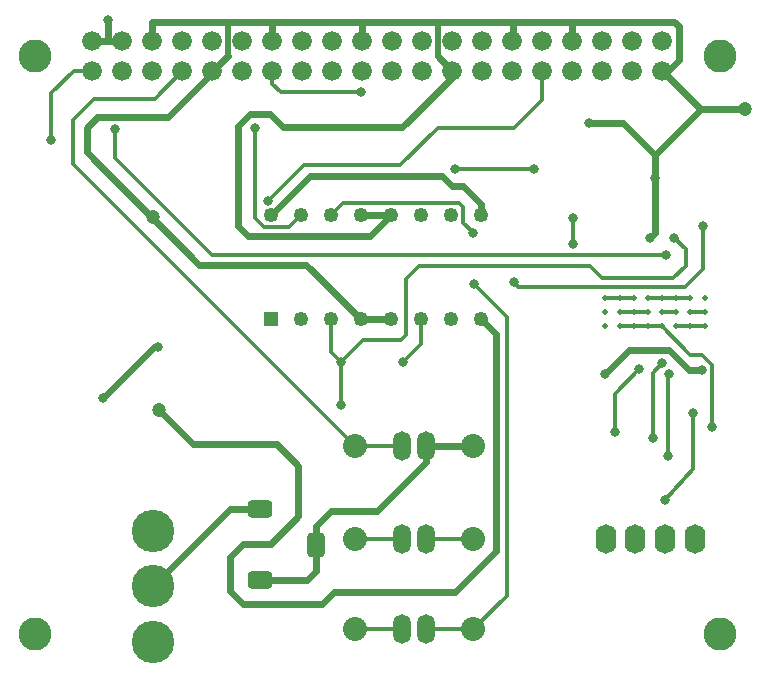
<source format=gbl>
G04*
G04 #@! TF.GenerationSoftware,Altium Limited,Altium Designer,18.1.7 (191)*
G04*
G04 Layer_Physical_Order=2*
G04 Layer_Color=16711680*
%FSLAX25Y25*%
%MOIN*%
G70*
G01*
G75*
%ADD57C,0.02000*%
%ADD63C,0.01378*%
%ADD64C,0.02402*%
%ADD65C,0.01968*%
%ADD67O,0.06890X0.09843*%
G04:AMPARAMS|DCode=68|XSize=82.68mil|YSize=59.06mil|CornerRadius=14.76mil|HoleSize=0mil|Usage=FLASHONLY|Rotation=180.000|XOffset=0mil|YOffset=0mil|HoleType=Round|Shape=RoundedRectangle|*
%AMROUNDEDRECTD68*
21,1,0.08268,0.02953,0,0,180.0*
21,1,0.05315,0.05906,0,0,180.0*
1,1,0.02953,-0.02657,0.01476*
1,1,0.02953,0.02657,0.01476*
1,1,0.02953,0.02657,-0.01476*
1,1,0.02953,-0.02657,-0.01476*
%
%ADD68ROUNDEDRECTD68*%
G04:AMPARAMS|DCode=69|XSize=82.68mil|YSize=59.06mil|CornerRadius=14.76mil|HoleSize=0mil|Usage=FLASHONLY|Rotation=270.000|XOffset=0mil|YOffset=0mil|HoleType=Round|Shape=RoundedRectangle|*
%AMROUNDEDRECTD69*
21,1,0.08268,0.02953,0,0,270.0*
21,1,0.05315,0.05906,0,0,270.0*
1,1,0.02953,-0.01476,-0.02657*
1,1,0.02953,-0.01476,0.02657*
1,1,0.02953,0.01476,0.02657*
1,1,0.02953,0.01476,-0.02657*
%
%ADD69ROUNDEDRECTD69*%
%ADD70C,0.14173*%
%ADD71O,0.05906X0.09843*%
%ADD72C,0.08000*%
%ADD73R,0.04921X0.04921*%
%ADD74C,0.04921*%
%ADD75C,0.06600*%
%ADD76C,0.11024*%
%ADD77C,0.03150*%
%ADD78C,0.04724*%
D57*
X303937Y225984D02*
D03*
Y221260D02*
D03*
Y216535D02*
D03*
X308661Y225984D02*
D03*
Y221260D02*
D03*
X308662Y216535D02*
D03*
X313386Y225984D02*
D03*
Y221260D02*
D03*
X313386Y216535D02*
D03*
X337008Y225984D02*
D03*
X337008Y221260D02*
D03*
Y216535D02*
D03*
X332283Y225984D02*
D03*
X332284Y221260D02*
D03*
Y216535D02*
D03*
X327559Y225984D02*
D03*
X327559Y221260D02*
D03*
X327559Y216535D02*
D03*
X322835Y225984D02*
D03*
Y221260D02*
D03*
Y216535D02*
D03*
X318110Y225984D02*
D03*
Y221260D02*
D03*
X318110Y216535D02*
D03*
D63*
X192953Y297244D02*
Y301693D01*
Y297244D02*
X195709Y294488D01*
X222500D01*
X273321Y231102D02*
X274896Y229528D01*
X330433D01*
X336614Y235708D01*
Y250000D01*
X222985Y211909D02*
X235827D01*
X215800Y204724D02*
X222985Y211909D01*
X235827D02*
X237402Y213484D01*
Y232283D01*
X241732Y236614D01*
X298917D01*
X302973Y232559D01*
X256500Y251100D02*
X260000Y247600D01*
X271000Y126598D02*
Y219709D01*
X260000Y230709D02*
X271000Y219709D01*
X302973Y232559D02*
X326634D01*
X330709Y236634D01*
Y242126D01*
X326772Y246063D02*
X330709Y242126D01*
X293307Y243800D02*
Y252638D01*
X253937Y268898D02*
X280302D01*
X280315Y268911D01*
X119291Y278740D02*
Y294291D01*
X126693Y301693D01*
X126378Y285433D02*
X133345Y292400D01*
X126378Y270610D02*
Y285433D01*
Y270610D02*
X220472Y176516D01*
X133345Y292400D02*
X153660D01*
X319685Y201085D02*
X322800Y204200D01*
X319685Y179134D02*
Y201085D01*
X336091Y207087D02*
X339428Y203750D01*
X332283Y207087D02*
X336091D01*
X322835Y216535D02*
X332283Y207087D01*
X333300Y168864D02*
Y187700D01*
X323917Y158595D02*
X333300Y168864D01*
X306988Y194088D02*
X315100Y202200D01*
X306988Y181118D02*
Y194088D01*
X215748Y190157D02*
X215800Y190209D01*
Y204724D01*
X236614Y204724D02*
X242500Y210610D01*
Y218898D01*
X153660Y292400D02*
X162953Y301693D01*
X131102Y274598D02*
X131496Y274204D01*
X140551Y272649D02*
Y282283D01*
Y272649D02*
X172800Y240400D01*
X191600Y258300D02*
X203500Y270200D01*
X187000Y252500D02*
Y282600D01*
X324803Y173228D02*
Y200503D01*
X325000Y200700D01*
X126693Y301693D02*
X132953D01*
X273606Y282700D02*
X282953Y292047D01*
X248100Y282700D02*
X273606D01*
X339428Y182800D02*
Y203750D01*
X198457Y249500D02*
X202500Y253543D01*
X190000Y249500D02*
X198457D01*
X187000Y252500D02*
X190000Y249500D01*
X259843Y115441D02*
X271000Y126598D01*
X256500Y251100D02*
Y256250D01*
X255250Y257500D02*
X256500Y256250D01*
X216457Y257500D02*
X255250D01*
X212500Y253543D02*
X216457Y257500D01*
X172800Y240400D02*
X324311D01*
X203500Y270200D02*
X235600D01*
X248100Y282700D01*
X212500Y208024D02*
Y218898D01*
Y208024D02*
X215800Y204724D01*
X327559Y216535D02*
X332284D01*
X337008D01*
X332284Y221260D02*
X337008D01*
X327559Y225984D02*
X332283D01*
X303937D02*
X308661D01*
X322835D02*
X327559D01*
X318110D02*
X322835D01*
X308661D02*
X313386D01*
X308661Y221260D02*
X313386D01*
X322835D02*
X327559D01*
X313386D02*
X318110D01*
X318110Y216535D02*
X322835D01*
X313386D02*
X318110D01*
X308662D02*
X313386D01*
X220472Y145669D02*
X236220D01*
X244094D02*
X259843D01*
X251901Y115441D02*
X259843D01*
X251900Y115440D02*
X251901Y115441D01*
X244094Y115440D02*
X251900D01*
X228301D02*
X236220D01*
X228300Y115441D02*
X228301Y115440D01*
X220472Y115441D02*
X228300D01*
X228300Y176516D02*
X236220D01*
X228300Y176516D02*
X228300Y176516D01*
X220472Y176516D02*
X228300D01*
X202953Y310453D02*
Y311693D01*
X322953D02*
X323146Y311500D01*
X302953Y310453D02*
Y311693D01*
X252953Y311047D02*
Y311693D01*
X182953Y309953D02*
Y311693D01*
X292953Y301693D02*
X293307D01*
X282953Y292047D02*
Y301693D01*
D64*
X155118Y188594D02*
X166546Y177165D01*
X194488D01*
X201575Y170079D01*
Y153150D02*
Y170079D01*
X192520Y144095D02*
X201575Y153150D01*
X183071Y144095D02*
X192520D01*
X178681Y139705D02*
X183071Y144095D01*
X178681Y128405D02*
Y139705D01*
X320393Y247559D02*
Y266043D01*
X318898Y246063D02*
X320393Y247559D01*
X309841Y284252D02*
X320393Y273700D01*
X298347Y284252D02*
X309841D01*
X320393Y273700D02*
X335670Y288976D01*
X320393Y266043D02*
Y273700D01*
X273000Y311693D02*
Y318000D01*
X236254Y282900D02*
X254000Y300646D01*
X131496Y274204D02*
X168600Y237100D01*
X335670Y288976D02*
X350590D01*
X322953Y301693D02*
X335670Y288976D01*
X324987Y208563D02*
X331650Y201900D01*
X311663Y208563D02*
X324987D01*
X303700Y200600D02*
X311663Y208563D01*
X172953Y301693D02*
X178000Y306740D01*
X256424Y263261D02*
X262500Y257185D01*
Y253543D02*
Y257185D01*
X138000Y311693D02*
Y318500D01*
Y311507D02*
Y311693D01*
X138186D01*
X132953D02*
X138000D01*
X249543Y266500D02*
X252782Y263261D01*
X256424D01*
X192031Y287402D02*
X196533Y282900D01*
X185462Y287402D02*
X192031D01*
X181436Y283375D02*
X185462Y287402D01*
X131102Y274598D02*
Y282677D01*
X168600Y237100D02*
X204298D01*
X131102Y282677D02*
X134646Y286221D01*
X158221D02*
X172953Y300953D01*
X134646Y286221D02*
X158221D01*
X181436Y250000D02*
Y283375D01*
Y250000D02*
X184908Y246528D01*
X322953Y301693D02*
X324921D01*
X328346Y305118D01*
Y316535D01*
X326882Y318000D02*
X328346Y316535D01*
X292953Y318000D02*
X326882D01*
X262500Y218898D02*
X267323Y214075D01*
Y141623D02*
Y214075D01*
X253653Y127953D02*
X267323Y141623D01*
X153543Y209449D02*
X154724D01*
X136614Y192520D02*
X153543Y209449D01*
X213386Y127953D02*
X253653D01*
X209449Y124016D02*
X213386Y127953D01*
X183071Y124016D02*
X209449D01*
X178681Y128405D02*
X183071Y124016D01*
X178681Y155512D02*
X188976D01*
X222500Y253543D02*
X232500D01*
X331650Y201900D02*
X336300D01*
X207480Y135000D02*
Y143701D01*
X204370Y131890D02*
X207480Y135000D01*
X188976Y131890D02*
X204370D01*
X207480Y143701D02*
Y150000D01*
X212480Y155000D01*
X227844D01*
X244094Y171250D01*
Y176516D01*
X205457Y266500D02*
X249543D01*
X192500Y253543D02*
X205457Y266500D01*
X225485Y246528D02*
X232500Y253543D01*
X184908Y246528D02*
X225485D01*
X196533Y282900D02*
X236254D01*
X204298Y237100D02*
X222500Y218898D01*
X153091Y129921D02*
X178681Y155512D01*
X251900Y176516D02*
X259843D01*
X251900Y176516D02*
X251900Y176516D01*
X244094Y176516D02*
X251900D01*
X222500Y218898D02*
X232500D01*
X252953Y301693D02*
X254000Y300646D01*
X172953Y300953D02*
Y301693D01*
X248000Y306646D02*
X252953Y301693D01*
X178000Y317500D02*
X178500Y318000D01*
X192953D01*
X152953D02*
X178500D01*
X152953Y311693D02*
Y318000D01*
X192953D02*
X222953D01*
X192953Y311693D02*
Y318000D01*
X248000D02*
X273000D01*
X222953D02*
X248000D01*
X222953Y311693D02*
Y318000D01*
X272953Y311693D02*
X273000D01*
Y318000D02*
X292953D01*
Y311693D02*
Y318000D01*
X138000Y311507D02*
X138186Y311693D01*
X142953D01*
D65*
X178000Y306740D02*
Y317500D01*
X248000Y306646D02*
Y318000D01*
D67*
X323819Y145669D02*
D03*
X304134D02*
D03*
X313976D02*
D03*
X333661D02*
D03*
D68*
X188976Y155512D02*
D03*
Y131890D02*
D03*
D69*
X207480Y143701D02*
D03*
D70*
X153091Y111417D02*
D03*
Y148425D02*
D03*
Y129921D02*
D03*
D71*
X244094Y115440D02*
D03*
X236220D02*
D03*
X244094Y145669D02*
D03*
X236220D02*
D03*
X244094Y176516D02*
D03*
X236220D02*
D03*
D72*
X220472Y176516D02*
D03*
X259843D02*
D03*
X220472Y145669D02*
D03*
X259843D02*
D03*
X220472Y115441D02*
D03*
X259843D02*
D03*
D73*
X192500Y218898D02*
D03*
D74*
X202500D02*
D03*
X212500D02*
D03*
X222500D02*
D03*
X232500D02*
D03*
X242500D02*
D03*
X252500D02*
D03*
X262500D02*
D03*
Y253543D02*
D03*
X252500D02*
D03*
X242500Y253543D02*
D03*
X232500Y253543D02*
D03*
X222500D02*
D03*
X212500D02*
D03*
X202500D02*
D03*
X192500Y253543D02*
D03*
D75*
X132953Y301693D02*
D03*
Y311693D02*
D03*
X142953Y301693D02*
D03*
Y311693D02*
D03*
X152953Y301693D02*
D03*
Y311693D02*
D03*
X162953Y301693D02*
D03*
Y311693D02*
D03*
X172953Y301693D02*
D03*
Y311693D02*
D03*
X182953Y301693D02*
D03*
Y311693D02*
D03*
X192953Y301693D02*
D03*
Y311693D02*
D03*
X202953Y301693D02*
D03*
Y311693D02*
D03*
X212953Y301693D02*
D03*
Y311693D02*
D03*
X222953Y301693D02*
D03*
Y311693D02*
D03*
X232953Y301693D02*
D03*
Y311693D02*
D03*
X242953Y301693D02*
D03*
Y311693D02*
D03*
X252953Y301693D02*
D03*
Y311693D02*
D03*
X262953Y301693D02*
D03*
Y311693D02*
D03*
X272953Y301693D02*
D03*
Y311693D02*
D03*
X282953Y301693D02*
D03*
Y311693D02*
D03*
X292953Y301693D02*
D03*
Y311693D02*
D03*
X302953Y301693D02*
D03*
Y311693D02*
D03*
X312953Y301693D02*
D03*
Y311693D02*
D03*
X322953Y301693D02*
D03*
Y311693D02*
D03*
D76*
X113780Y113780D02*
D03*
Y306693D02*
D03*
X342126D02*
D03*
Y113780D02*
D03*
D77*
X222500Y294488D02*
D03*
X273321Y231102D02*
D03*
X336614Y250000D02*
D03*
X260000Y230709D02*
D03*
X326772Y246063D02*
D03*
X293307Y243800D02*
D03*
Y252638D02*
D03*
X318898Y246063D02*
D03*
X298347Y284252D02*
D03*
X320393Y266043D02*
D03*
X253937Y268898D02*
D03*
X280315Y268911D02*
D03*
X119291Y278740D02*
D03*
X319685Y179134D02*
D03*
X306988Y181118D02*
D03*
X215748Y190157D02*
D03*
X259842Y247638D02*
D03*
X236614Y204724D02*
D03*
X140551Y282283D02*
D03*
X191600Y258300D02*
D03*
X324803Y173228D02*
D03*
X154724Y209449D02*
D03*
X136614Y192520D02*
D03*
X187000Y282600D02*
D03*
X339428Y182800D02*
D03*
X303700Y200600D02*
D03*
X336300Y201900D02*
D03*
X324311Y240400D02*
D03*
X333300Y187700D02*
D03*
X323917Y158595D02*
D03*
X315100Y202200D02*
D03*
X325000Y200700D02*
D03*
X322800Y204200D02*
D03*
X138000Y318500D02*
D03*
X215800Y204724D02*
D03*
D78*
X155118Y188594D02*
D03*
X350590Y288976D02*
D03*
X153017Y252788D02*
D03*
M02*

</source>
